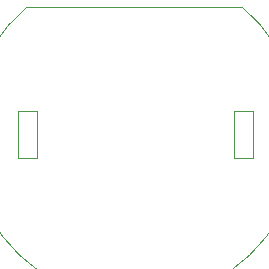
<source format=gbr>
%TF.GenerationSoftware,KiCad,Pcbnew,(6.0.9)*%
%TF.CreationDate,2022-11-12T13:39:39-06:00*%
%TF.ProjectId,ZoeBirthdayRing,5a6f6542-6972-4746-9864-617952696e67,rev?*%
%TF.SameCoordinates,Original*%
%TF.FileFunction,Profile,NP*%
%FSLAX46Y46*%
G04 Gerber Fmt 4.6, Leading zero omitted, Abs format (unit mm)*
G04 Created by KiCad (PCBNEW (6.0.9)) date 2022-11-12 13:39:39*
%MOMM*%
%LPD*%
G01*
G04 APERTURE LIST*
%TA.AperFunction,Profile*%
%ADD10C,0.100000*%
%TD*%
G04 APERTURE END LIST*
D10*
X148200000Y-89300000D02*
X149800000Y-89300000D01*
X149800000Y-89300000D02*
X149800000Y-93300000D01*
X149800000Y-93300000D02*
X148200000Y-93300000D01*
X148200000Y-93300000D02*
X148200000Y-89300000D01*
X166500000Y-89300000D02*
X168100000Y-89300000D01*
X168100000Y-89300000D02*
X168100000Y-93300000D01*
X168100000Y-93300000D02*
X166500000Y-93300000D01*
X166500000Y-93300000D02*
X166500000Y-89300000D01*
X149000000Y-80500000D02*
G75*
G03*
X167199998Y-80500000I9099999J-10799999D01*
G01*
X149000000Y-80500000D02*
X167199998Y-80500000D01*
M02*

</source>
